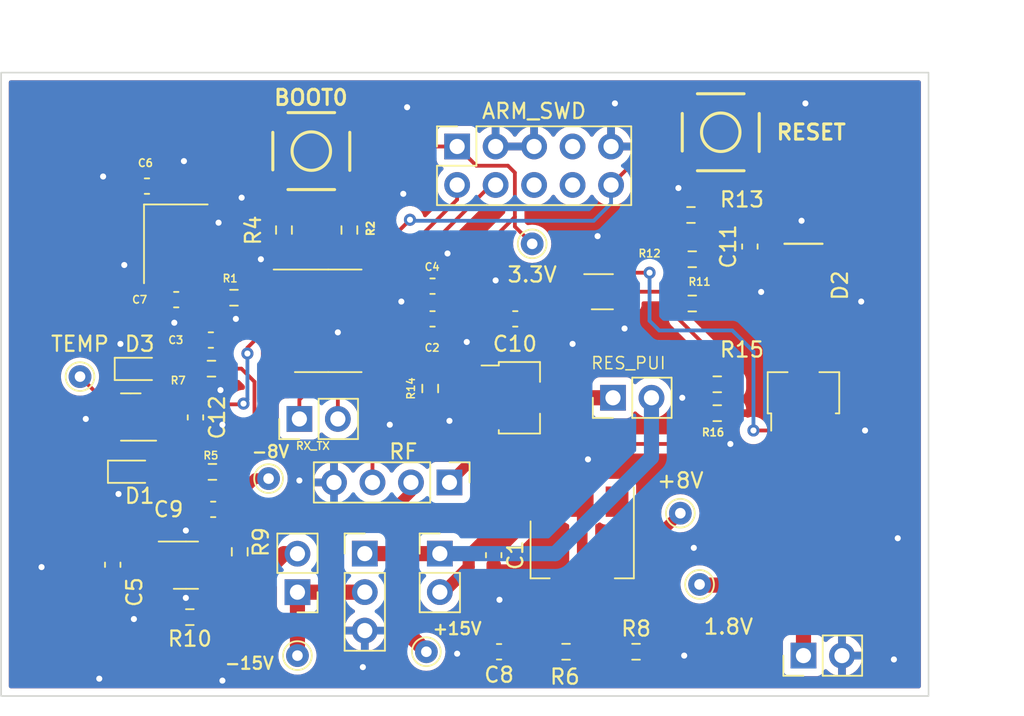
<source format=kicad_pcb>
(kicad_pcb (version 20211014) (generator pcbnew)
  (layers (0 "F.Cu" signal) (31 "B.Cu" signal) (34 "B.Paste" user) (35 "F.Paste" user) (36 "B.SilkS" user "B.Silkscreen") (37 "F.SilkS" user "F.Silkscreen") (38 "B.Mask" user) (39 "F.Mask" user) (44 "Edge.Cuts" user))
  (net 0 "")
  (net 1 "GND")
  (net 2 "OSC_IN")
  (net 3 "OSC_OUT")
  (net 4 "Net-(D1-Pad2)")
  (net 5 "Net-(D2-Pad2)")
  (net 6 "Net-(D3-Pad2)")
  (net 7 "SWDAT")
  (net 8 "SWCLK")
  (net 9 "RST")
  (net 10 "BOOT")
  (net 11 "LED_TEST1")
  (net 12 "15_to_8")
  (net 14 "+3.3V")
  (net 15 "-15_to_-8")
  (net 16 "+8V")
  (net 17 "-8V")
  (net 18 "Net-(C11-Pad1)")
  (net 19 "Net-(C11-Pad2)")
  (net 23 "V_1.8V")
  (net 24 "+15V")
  (net 25 "-15V")
  (net 26 "RX")
  (net 27 "TX")
  (net 28 "RF_comm")
  (net 29 "Net-(J8-Pad1)")
  (net 30 "Net-(Q1-Pad1)")
  (net 31 "MOS")
  (net 32 "Net-(R6-Pad2)")
  (net 33 "Net-(R10-Pad1)")
  (net 34 "CE")
  (net 35 "TEMP_OUT")
  (net 40 "Net-(C7-Pad2)")
  (footprint "Capacitor_SMD:C_0603_1608Metric_Pad1.08x0.95mm_HandSolder" (layer "F.Cu") (at 166.9045 81.153 180)
    (fp_text reference "C2")
    (fp_text value "1uF")
  )
  (footprint "Switches:TACTILE_SWITCH_SMD_5.2MM" (layer "F.Cu") (at 158.9024 70.0786 180)
    (fp_text reference "S2" hide)
    (fp_text value "MOMENTARY-SWITCH-SPST-2-SMD-5.2MM" hide)
  )
  (footprint "Package_TO_SOT_SMD:SOT-223-3_TabPin2" (layer "F.Cu") (at 176.784 96.368 -90)
    (fp_text reference "U2" hide)
    (fp_text value "LM1117_SOT-223")
  )
  (footprint "Capacitor_SMD:C_0603_1608Metric_Pad1.08x0.95mm_HandSolder" (layer "F.Cu") (at 170.942 96.7475 -90)
    (fp_text reference "C1")
    (fp_text value "10uF")
  )
  (footprint "TestPoint:TestPoint_THTPad_D1.5mm_Drill0.7mm" (layer "F.Cu") (at 156.083 91.694)
    (fp_text reference "-8V")
    (fp_text value "TestPoint")
  )
  (footprint "Connector_PinHeader_2.54mm:PinHeader_1x04_P2.54mm_Vertical" (layer "F.Cu") (at 168.021 91.948 -90)
    (fp_text reference "RF")
    (fp_text value "Conn_RF")
  )
  (footprint "Resistor_SMD:R_0603_1608Metric_Pad0.98x0.95mm_HandSolder" (layer "F.Cu") (at 184.0465 77.216)
    (fp_text reference "R12")
    (fp_text value "R")
  )
  (footprint "LibraryDiode:LD2-xxx-hv" (layer "F.Cu") (at 191.389 96.226)
    (fp_text reference "L1" hide)
    (fp_text value "L")
  )
  (footprint "TestPoint:TestPoint_THTPad_D1.5mm_Drill0.7mm" (layer "F.Cu") (at 183.261 93.98)
    (fp_text reference "+8V")
    (fp_text value "TestPoint")
  )
  (footprint "Resistor_SMD:R_0603_1608Metric_Pad0.98x0.95mm_HandSolder" (layer "F.Cu") (at 161.417 75.2875 90)
    (fp_text reference "R2")
    (fp_text value "10k")
  )
  (footprint "Resistor_SMD:R_0603_1608Metric_Pad0.98x0.95mm_HandSolder" (layer "F.Cu") (at 185.6975 85.471 180)
    (fp_text reference "R15")
    (fp_text value "R")
  )
  (footprint "Capacitor_SMD:C_0603_1608Metric_Pad1.08x0.95mm_HandSolder" (layer "F.Cu") (at 152.4265 93.726 180)
    (fp_text reference "C9")
    (fp_text value "10uF")
  )
  (footprint "Connector_PinHeader_2.54mm:PinHeader_1x02_P2.54mm_Vertical" (layer "F.Cu") (at 191.389 103.378 90)
    (fp_text reference "J2" hide)
    (fp_text value "Conn_1.8V")
  )
  (footprint "Crystal:Crystal_SMD_EuroQuartz_MT-4Pin_3.2x2.5mm_HandSoldering" (layer "F.Cu") (at 149.9605 76.2 -90)
    (fp_text reference "Y1" hide)
    (fp_text value "Crystal_GND24")
  )
  (footprint "Package_TO_SOT_SMD:SOT-89-3_Handsoldering" (layer "F.Cu") (at 191.389 86.3295 90)
    (fp_text reference "Q1" hide)
    (fp_text value "Q_NMOS_GDS")
  )
  (footprint "Capacitor_SMD:C_0603_1608Metric_Pad1.08x0.95mm_HandSolder" (layer "F.Cu") (at 148.0555 72.39)
    (fp_text reference "C6")
    (fp_text value "22pF")
  )
  (footprint "Resistor_SMD:R_0603_1608Metric_Pad0.98x0.95mm_HandSolder" (layer "F.Cu") (at 166.751 85.7485 -90)
    (fp_text reference "R14")
    (fp_text value "R")
  )
  (footprint "Capacitor_SMD:C_0603_1608Metric_Pad1.08x0.95mm_HandSolder" (layer "F.Cu") (at 149.987 79.883)
    (fp_text reference "C7")
    (fp_text value "22pF")
  )
  (footprint "Resistor_SMD:R_0603_1608Metric_Pad0.98x0.95mm_HandSolder" (layer "F.Cu") (at 153.797 79.756 180)
    (fp_text reference "R1")
    (fp_text value "R")
  )
  (footprint "Resistor_SMD:R_0603_1608Metric_Pad0.98x0.95mm_HandSolder" (layer "F.Cu") (at 150.885 100.838 180)
    (fp_text reference "R10")
    (fp_text value "100")
  )
  (footprint "LibraryDiode:Diode_schottky" (layer "F.Cu") (at 191.389 78.945 -90)
    (fp_text reference "D2")
    (fp_text value "D_Schottky" hide)
  )
  (footprint "Resistor_SMD:R_0603_1608Metric_Pad0.98x0.95mm_HandSolder" (layer "F.Cu") (at 175.718 103.124)
    (fp_text reference "R6")
    (fp_text value "100")
  )
  (footprint "Connector_PinHeader_2.54mm:PinHeader_1x02_P2.54mm_Vertical" (layer "F.Cu") (at 157.988 99.192 180)
    (fp_text reference "J5" hide)
    (fp_text value "Conn1")
  )
  (footprint "Switches:TACTILE_SWITCH_SMD_5.2MM" (layer "F.Cu") (at 185.928 68.834 180)
    (fp_text reference "S1" hide)
    (fp_text value "MOMENTARY-SWITCH-SPST-2-SMD-5.2MM" hide)
  )
  (footprint "Capacitor_SMD:C_0603_1608Metric_Pad1.08x0.95mm_HandSolder" (layer "F.Cu") (at 166.9045 78.994 180)
    (fp_text reference "C4")
    (fp_text value "100nF")
  )
  (footprint "Capacitor_SMD:C_0603_1608Metric_Pad1.08x0.95mm_HandSolder" (layer "F.Cu") (at 152.273 82.55 180)
    (fp_text reference "C3")
    (fp_text value "100nF")
  )
  (footprint "Resistor_SMD:R_0603_1608Metric_Pad0.98x0.95mm_HandSolder" (layer "F.Cu") (at 185.6975 87.376)
    (fp_text reference "R16")
    (fp_text value "R")
  )
  (footprint "TestPoint:TestPoint_THTPad_D1.5mm_Drill0.7mm" (layer "F.Cu") (at 173.482 76.2)
    (fp_text reference "3.3V")
    (fp_text value "TestPoint")
  )
  (footprint "Connector_PinHeader_2.54mm:PinHeader_1x02_P2.54mm_Vertical" (layer "F.Cu") (at 158.115 87.757 90)
    (fp_text reference "RX_TX")
    (fp_text value "Conn_serial")
  )
  (footprint "LED_SMD:LED_0603_1608Metric_Pad1.05x0.95mm_HandSolder" (layer "F.Cu") (at 147.140018 91.24006)
    (fp_text reference "D1")
    (fp_text value "LED")
  )
  (footprint "Capacitor_SMD:C_0603_1608Metric_Pad1.08x0.95mm_HandSolder" (layer "F.Cu") (at 171.2965 103.124 180)
    (fp_text reference "C8")
    (fp_text value "100uF")
  )
  (footprint "Resistor_SMD:R_0603_1608Metric_Pad0.98x0.95mm_HandSolder" (layer "F.Cu") (at 152.312921 84.438869 180)
    (fp_text reference "R7")
    (fp_text value "510")
  )
  (footprint "Resistor_SMD:R_0603_1608Metric_Pad0.98x0.95mm_HandSolder" (layer "F.Cu") (at 154.178 96.5255 -90)
    (fp_text reference "R9")
    (fp_text value "560")
  )
  (footprint "Package_TO_SOT_SMD:SOT-23-5" (layer "F.Cu") (at 150.6275 97.409)
    (fp_text reference "U4" hide)
    (fp_text value "MIC5271YM5-TR")
  )
  (footprint "Connector_PinSocket_2.54mm:PinSocket_2x05_P2.54mm_Vertical" (layer "F.Cu") (at 168.529 69.7738 90)
    (fp_text reference "ARM_SWD")
    (fp_text value "Conn_ARM_JTAG_SWD_10")
  )
  (footprint "Connector_PinHeader_2.54mm:PinHeader_1x02_P2.54mm_Vertical" (layer "F.Cu") (at 167.386 96.647)
    (fp_text reference "J4" hide)
    (fp_text value "Conn2")
  )
  (footprint "TestPoint:TestPoint_THTPad_D1.5mm_Drill0.7mm" (layer "F.Cu") (at 157.988 103.378)
    (fp_text reference "-15V")
    (fp_text value "TestPoint")
  )
  (footprint "TestPoint:TestPoint_THTPad_D1.5mm_Drill0.7mm" (layer "F.Cu") (at 184.531 98.679)
    (fp_text reference "1.8V")
    (fp_text value "TestPoint")
  )
  (footprint "Package_SO:TSSOP-20_4.4x6.5mm_P0.65mm" (layer "F.Cu") (at 160.02 81.28)
    (fp_text reference "U1" hide)
    (fp_text value "STM32F030F4Px")
  )
  (footprint "Capacitor_SMD:C_0603_1608Metric_Pad1.08x0.95mm_HandSolder" (layer "F.Cu") (at 172.3655 81.153)
    (fp_text reference "C10")
    (fp_text value "C")
  )
  (footprint "Package_TO_SOT_SMD:SOT-23" (layer "F.Cu") (at 146.9875 87.63 180)
    (fp_text reference "U3" hide)
    (fp_text value "MCP9700T-ETT")
  )
  (footprint "Resistor_SMD:R_0603_1608Metric_Pad0.98x0.95mm_HandSolder" (layer "F.Cu") (at 184.0465 80.137)
    (fp_text reference "R11")
    (fp_text value "R")
  )
  (footprint "Connector_PinHeader_2.54mm:PinHeader_1x02_P2.54mm_Vertical" (layer "F.Cu") (at 178.816 86.36 90)
    (fp_text reference "RES_PUI")
    (fp_text value "Conn_01x02_Male")
  )
  (footprint "TestPoint:TestPoint_THTPad_D1.5mm_Drill0.7mm" (layer "F.Cu") (at 143.637 84.963)
    (fp_text reference "TEMP")
    (fp_text value "TestPoint")
  )
  (footprint "Resistor_SMD:R_0603_1608Metric_Pad0.98x0.95mm_HandSolder" (layer "F.Cu") (at 183.963 74.295 180)
    (fp_text reference "R13")
    (fp_text value "R")
  )
  (footprint "LED_SMD:LED_0603_1608Metric_Pad1.05x0.95mm_HandSolder" (layer "F.Cu") (at 147.588 84.455)
    (fp_text reference "D3")
    (fp_text value "LED")
  )
  (footprint "Capacitor_SMD:C_0603_1608Metric_Pad1.08x0.95mm_HandSolder" (layer "F.Cu") (at 151.257 87.6565 -90)
    (fp_text reference "C12")
    (fp_text value "C")
  )
  (footprint "Resistor_SMD:R_0603_1608Metric_Pad0.98x0.95mm_HandSolder" (layer "F.Cu") (at 157.099 75.2875 90)
    (fp_text reference "R4")
    (fp_text value "10k")
  )
  (footprint "Package_TO_SOT_SMD:SOT-89-3_Handsoldering" (layer "F.Cu") (at 172.339 86.36)
    (fp_text reference "Q2" hide)
    (fp_text value "Q_NMOS_GDS")
  )
  (footprint "Capacitor_SMD:C_0603_1608Metric_Pad1.08x0.95mm_HandSolder" (layer "F.Cu") (at 145.796 97.3825 -90)
    (fp_text reference "C5")
    (fp_text value "1uF")
  )
  (footprint "Resistor_SMD:R_0603_1608Metric_Pad0.98x0.95mm_HandSolder" (layer "F.Cu") (at 152.3765 91.252 180)
    (fp_text reference "R5")
    (fp_text value "510")
  )
  (footprint "Package_TO_SOT_SMD:SOT-353_SC-70-5_Handsoldering" (layer "F.Cu") (at 178.114 79.36)
    (fp_text reference "U5" hide)
    (fp_text value "XC9103D095MR-G")
  )
  (footprint "Connector_PinHeader_2.54mm:PinHeader_1x03_P2.54mm_Vertical" (layer "F.Cu") (at 162.433 96.647)
    (fp_text reference "J3" hide)
    (fp_text value "Conn_15V_-15V")
  )
  (footprint "Resistor_SMD:R_0603_1608Metric_Pad0.98x0.95mm_HandSolder" (layer "F.Cu") (at 180.337 103.124)
    (fp_text reference "R8")
    (fp_text value "560")
  )
  (footprint "Capacitor_SMD:C_0603_1608Metric_Pad1.08x0.95mm_HandSolder" (layer "F.Cu") (at 187.849892 76.377861 90)
    (fp_text reference "C11")
    (fp_text value "C")
  )
  (footprint "TestPoint:TestPoint_THTPad_D1.5mm_Drill0.7mm" (layer "F.Cu") (at 166.497 103.124)
    (fp_text reference "+15V")
    (fp_text value "TestPoint")
  )
  (gr_rect (start 199.644 64.897) (end 138.43 106.045) (layer "Edge.Cuts") (width 0.1) (fill none))
  (gr_text "RESET" (at 191.897 68.834) (layer "F.SilkS") (effects (font (size 1 1) (thickness 0.2))))
  (gr_text "BOOT0" (at 158.877 66.548) (layer "F.SilkS") (effects (font (size 1 1) (thickness 0.2))))
  (segment (start 162.8825 81.605) (end 161.092 81.605) (width 0.25) (layer "F.Cu") (net 1))
  (segment (start 150.114 88.519) (end 151.257 88.519) (width 0.25) (layer "F.Cu") (net 1))
  (segment (start 149.225 87.63) (end 150.114 88.519) (width 0.25) (layer "F.Cu") (net 1))
  (segment (start 164.846 80.01) (end 165.026 80.01) (width 0.25) (layer "F.Cu") (net 1))
  (segment (start 166.042 81.153) (end 165.989 81.153) (width 0.25) (layer "F.Cu") (net 1))
  (segment (start 165.026 80.01) (end 166.042 78.994) (width 0.25) (layer "F.Cu") (net 1))
  (segment (start 150.622 99.568) (end 150.622 95.123) (width 0.25) (layer "F.Cu") (net 1))
  (segment (start 165.989 81.153) (end 164.846 80.01) (width 0.25) (layer "F.Cu") (net 1))
  (segment (start 149.49 97.409) (end 150.622 97.409) (width 0.25) (layer "F.Cu") (net 1))
  (segment (start 146.05 87.63) (end 149.225 87.63) (width 0.25) (layer "F.Cu") (net 1))
  (segment (start 161.092 81.605) (end 160.655 82.042) (width 0.25) (layer "F.Cu") (net 1))
  (via (at 195.453 88.519) (size 0.8) (drill 0.4) (layers "F.Cu" "B.Cu") (net 1))
  (via (at 167.894 76.835) (size 0.8) (drill 0.4) (layers "F.Cu" "B.Cu") (net 1))
  (via (at 183.388 86.36) (size 0.8) (drill 0.4) (layers "F.Cu" "B.Cu") (net 1))
  (via (at 164.084 88.138) (size 0.8) (drill 0.4) (layers "F.Cu" "B.Cu") (net 1))
  (via (at 178.943 66.929) (size 0.8) (drill 0.4) (layers "F.Cu" "B.Cu") (net 1))
  (via (at 154.305 73.152) (size 0.8) (drill 0.4) (layers "F.Cu" "B.Cu") (net 1))
  (via (at 153.035 105.029) (size 0.8) (drill 0.4) (layers "F.Cu" "B.Cu") (net 1))
  (via (at 149.86 81.407) (size 0.8) (drill 0.4) (layers "F.Cu" "B.Cu") (net 1))
  (via (at 146.177 92.71) (size 0.8) (drill 0.4) (layers "F.Cu" "B.Cu") (net 1))
  (via (at 179.578 81.788) (size 0.8) (drill 0.4) (layers "F.Cu" "B.Cu") (net 1))
  (via (at 146.558 77.597) (size 0.8) (drill 0.4) (layers "F.Cu" "B.Cu") (net 1))
  (via (at 168.529 103.251) (size 0.8) (drill 0.4) (layers "F.Cu" "B.Cu") (net 1))
  (via (at 141.097 97.536) (size 0.8) (drill 0.4) (layers "F.Cu" "B.Cu") (net 1))
  (via (at 168.021 87.884) (size 0.8) (drill 0.4) (layers "F.Cu" "B.Cu") (net 1))
  (via (at 195.199 80.01) (size 0.8) (drill 0.4) (layers "F.Cu" "B.Cu") (net 1))
  (via (at 191.516 66.929) (size 0.8) (drill 0.4) (layers "F.Cu" "B.Cu") (net 1))
  (via (at 152.908 85.852) (size 0.8) (drill 0.4) (layers "F.Cu" "B.Cu") (net 1))
  (via (at 150.622 99.568) (size 0.8) (drill 0.4) (layers "F.Cu" "B.Cu") (net 1))
  (via (at 171.069 78.613) (size 0.8) (drill 0.4) (layers "F.Cu" "B.Cu") (net 1))
  (via (at 191.262 74.676) (size 0.8) (drill 0.4) (layers "F.Cu" "B.Cu") (net 1))
  (via (at 188.595 79.375) (size 0.8) (drill 0.4) (layers "F.Cu" "B.Cu") (net 1))
  (via (at 164.846 80.01) (size 0.8) (drill 0.4) (layers "F.Cu" "B.Cu") (net 1))
  (via (at 158.115 91.821) (size 0.8) (drill 0.4) (layers "F.Cu" "B.Cu") (net 1))
  (via (at 150.495 70.739) (size 0.8) (drill 0.4) (layers "F.Cu" "B.Cu") (net 1))
  (via (at 147.193 100.965) (size 0.8) (drill 0.4) (layers "F.Cu" "B.Cu") (net 1))
  (via (at 162.306 104.14) (size 0.8) (drill 0.4) (layers "F.Cu" "B.Cu") (net 1))
  (via (at 144.907 104.902) (size 0.8) (drill 0.4) (layers "F.Cu" "B.Cu") (net 1))
  (via (at 197.612 95.631) (size 0.8) (drill 0.4) (layers "F.Cu" "B.Cu") (net 1))
  (via (at 155.575 77.216) (size 0.8) (drill 0.4) (layers "F.Cu" "B.Cu") (net 1))
  (via (at 171.323 99.695) (size 0.8) (drill 0.4) (layers "F.Cu" "B.Cu") (net 1))
  (via (at 176.149 82.804) (size 0.8) (drill 0.4) (layers "F.Cu" "B.Cu") (net 1))
  (via (at 177.8 75.692) (size 0.8) (drill 0.4) (layers "F.Cu" "B.Cu") (net 1))
  (via (at 146.304 82.804) (size 0.8) (drill 0.4) (layers "F.Cu" "B.Cu") (net 1))
  (via (at 184.15 96.266) (size 0.8) (drill 0.4) (layers "F.Cu" "B.Cu") (net 1))
  (via (at 144.018 87.757) (size 0.8) (drill 0.4) (layers "F.Cu" "B.Cu") (net 1))
  (via (at 177.165 90.424) (size 0.8) (drill 0.4) (layers "F.Cu" "B.Cu") (net 1))
  (via (at 145.161 71.755) (size 0.8) (drill 0.4) (layers "F.Cu" "B.Cu") (net 1))
  (via (at 153.924 81.153) (size 0.8) (drill 0.4) (layers "F.Cu" "B.Cu") (net 1))
  (via (at 169.164 82.677) (size 0.8) (drill 0.4) (layers "F.Cu" "B.Cu") (net 1))
  (via (at 164.973 72.898) (size 0.8) (drill 0.4) (layers "F.Cu" "B.Cu") (net 1))
  (via (at 183.515 103.378) (size 0.8) (drill 0.4) (layers "F.Cu" "B.Cu") (net 1))
  (via (at 150.622 95.123) (size 0.8) (drill 0.4) (layers "F.Cu" "B.Cu") (net 1))
  (via (at 183.134 72.517) (size 0.8) (drill 0.4) (layers "F.Cu" "B.Cu") (net 1))
  (via (at 165.227 67.183) (size 0.8) (drill 0.4) (layers "F.Cu" "B.Cu") (net 1))
  (via (at 153.035 88.138) (size 0.8) (drill 0.4) (layers "F.Cu" "B.Cu") (net 1))
  (via (at 160.655 82.042) (size 0.8) (drill 0.4) (layers "F.Cu" "B.Cu") (net 1))
  (via (at 186.563 89.408) (size 0.8) (drill 0.4) (layers "F.Cu" "B.Cu") (net 1))
  (via (at 152.781 74.803) (size 0.8) (drill 0.4) (layers "F.Cu" "B.Cu") (net 1))
  (via (at 197.358 103.632) (size 0.8) (drill 0.4) (layers "F.Cu" "B.Cu") (net 1))
  (segment (start 153.797 73.787) (end 152.4 72.39) (width 0.25) (layer "F.Cu") (net 2))
  (segment (start 155.586 79.005) (end 153.797 77.216) (width 0.25) (layer "F.Cu") (net 2))
  (segment (start 157.1575 79.005) (end 155.586 79.005) (width 0.25) (layer "F.Cu") (net 2))
  (segment (start 148.8105 72.4975) (end 148.918 72.39) (width 0.25) (layer "F.Cu") (net 2))
  (segment (start 153.797 77.216) (end 153.797 73.787) (width 0.25) (layer "F.Cu") (net 2))
  (segment (start 152.4 72.39) (end 148.918 72.39) (width 0.25) (layer "F.Cu") (net 2))
  (segment (start 148.8105 74.775) (end 148.8105 72.4975) (width 0.25) (layer "F.Cu") (net 2))
  (segment (start 154.7095 79.756) (end 157.0565 79.756) (width 0.25) (layer "F.Cu") (net 3))
  (segment (start 157.0565 79.756) (end 157.1575 79.655) (width 0.25) (layer "F.Cu") (net 3))
  (segment (start 148.026958 91.252) (end 148.015018 91.24006) (width 0.25) (layer "F.Cu") (net 4))
  (segment (start 151.464 91.252) (end 148.026958 91.252) (width 0.25) (layer "F.Cu") (net 4))
  (segment (start 191.389 80.645) (end 191.389 88.392) (width 1) (layer "F.Cu") (net 5))
  (segment (start 191.389 93.726) (end 191.389 88.392) (width 1) (layer "F.Cu") (net 5))
  (segment (start 148.463 84.455) (end 151.38429 84.455) (width 0.25) (layer "F.Cu") (net 6))
  (segment (start 151.38429 84.455) (end 151.400421 84.438869) (width 0.25) (layer "F.Cu") (net 6))
  (segment (start 164.073 79.005) (end 170.7642 72.3138) (width 0.25) (layer "F.Cu") (net 7))
  (segment (start 162.8825 79.005) (end 164.073 79.005) (width 0.25) (layer "F.Cu") (net 7))
  (segment (start 170.7642 72.3138) (end 171.069 72.3138) (width 0.25) (layer "F.Cu") (net 7))
  (segment (start 168.529 73.279) (end 168.529 72.3138) (width 0.25) (layer "F.Cu") (net 8))
  (segment (start 163.453 78.355) (end 168.529 73.279) (width 0.25) (layer "F.Cu") (net 8))
  (segment (start 162.8825 78.355) (end 163.453 78.355) (width 0.25) (layer "F.Cu") (net 8))
  (segment (start 163.825702 76.2) (end 161.417 76.2) (width 0.25) (layer "F.Cu") (net 9))
  (segment (start 161.417 77.978) (end 161.417 76.2) (width 0.25) (layer "F.Cu") (net 9))
  (segment (start 183.134 70.739) (end 180.2638 70.739) (width 0.25) (layer "F.Cu") (net 9))
  (segment (start 180.2638 70.739) (end 178.689 72.3138) (width 0.25) (layer "F.Cu") (net 9))
  (segment (start 165.415351 74.610351) (end 163.825702 76.2) (width 0.25) (layer "F.Cu") (net 9))
  (segment (start 159.09 80.305) (end 161.417 77.978) (width 0.25) (layer "F.Cu") (net 9))
  (segment (start 157.1575 80.305) (end 159.09 80.305) (width 0.25) (layer "F.Cu") (net 9))
  (segment (start 188.722 70.739) (end 183.134 70.739) (width 0.25) (layer "F.Cu") (net 9))
  (via (at 165.415351 74.610351) (size 0.8) (drill 0.4) (layers "F.Cu" "B.Cu") (net 9))
  (segment (start 178.689 73.533) (end 178.689 72.3138) (width 0.25) (layer "B.Cu") (net 9))
  (segment (start 165.481 74.676) (end 177.546 74.676) (width 0.25) (layer "B.Cu") (net 9))
  (segment (start 177.546 74.676) (end 178.689 73.533) (width 0.25) (layer "B.Cu") (net 9))
  (segment (start 165.415351 74.610351) (end 165.481 74.676) (width 0.25) (layer "B.Cu") (net 9))
  (segment (start 157.099 76.2) (end 156.337 76.2) (width 0.25) (layer "F.Cu") (net 10))
  (segment (start 157.1575 78.355) (end 157.1575 76.2585) (width 0.25) (layer "F.Cu") (net 10))
  (segment (start 156.1084 75.9714) (end 156.1084 71.9836) (width 0.25) (layer "F.Cu") (net 10))
  (segment (start 161.6964 71.9836) (end 156.1084 71.9836) (width 0.25) (layer "F.Cu") (net 10))
  (segment (start 156.337 76.2) (end 156.1084 75.9714) (width 0.25) (layer "F.Cu") (net 10))
  (segment (start 157.1575 76.2585) (end 157.099 76.2) (width 0.25) (layer "F.Cu") (net 10))
  (segment (start 155.702 88.839) (end 153.289 91.252) (width 0.25) (layer "F.Cu") (net 11))
  (segment (start 155.702 82.804) (end 155.702 88.839) (width 0.25) (layer "F.Cu") (net 11))
  (segment (start 157.1575 82.255) (end 156.251 82.255) (width 0.25) (layer "F.Cu") (net 11))
  (segment (start 156.251 82.255) (end 155.702 82.804) (width 0.25) (layer "F.Cu") (net 11))
  (segment (start 171.817 95.885) (end 174.484 93.218) (width 0.7) (layer "F.Cu") (net 12))
  (segment (start 169.291 97.536) (end 169.291 96.774) (width 0.8) (layer "F.Cu") (net 12))
  (segment (start 170.942 95.885) (end 171.817 95.885) (width 0.7) (layer "F.Cu") (net 12))
  (segment (start 169.291 96.774) (end 170.18 95.885) (width 0.8) (layer "F.Cu") (net 12))
  (segment (start 167.386 99.187) (end 167.64 99.187) (width 0.8) (layer "F.Cu") (net 12))
  (segment (start 167.64 99.187) (end 169.291 97.536) (width 0.8) (layer "F.Cu") (net 12))
  (segment (start 170.18 95.885) (end 170.942 95.885) (width 0.8) (layer "F.Cu") (net 12))
  (segment (start 167.767 78.994) (end 172.339 74.422) (width 0.25) (layer "F.Cu") (net 14))
  (segment (start 153.225421 82.639921) (end 153.1355 82.55) (width 0.25) (layer "F.Cu") (net 14))
  (segment (start 161.417 74.375) (end 162.727 73.065) (width 0.25) (layer "F.Cu") (net 14))
  (segment (start 172.339 71.501) (end 171.882274 71.044274) (width 0.25) (layer "F.Cu") (net 14))
  (segment (start 182.357 79.36) (end 183.134 80.137) (width 0.25) (layer "F.Cu") (net 14))
  (segment (start 171.882274 71.044274) (end 169.799474 71.044274) (width 0.25) (layer "F.Cu") (net 14))
  (segment (start 154.178 82.55) (end 153.1355 82.55) (width 0.25) (layer "F.Cu") (net 14))
  (segment (start 149.134 89.789) (end 153.162 89.789) (width 0.25) (layer "F.Cu") (net 14))
  (segment (start 186.61 84.629) (end 186.61 85.471) (width 0.25) (layer "F.Cu") (net 14))
  (segment (start 183.134 77.216) (end 183.134 80.137) (width 0.25) (layer "F.Cu") (net 14))
  (segment (start 167.767 81.788) (end 167.132 82.423) (width 0.25) (layer "F.Cu") (net 14))
  (segment (start 172.339 74.422) (end 172.339 75.057) (width 0.25) (layer "F.Cu") (net 14))
  (segment (start 167.132 82.423) (end 165.354 82.423) (width 0.25) (layer "F.Cu") (net 14))
  (segment (start 154.288869 84.438869) (end 153.225421 84.438869) (width 0.25) (layer "F.Cu") (net 14))
  (segment (start 162.727 73.065) (end 166.0182 69.7738) (width 0.25) (layer "F.Cu") (net 14))
  (segment (start 183.134 81.153) (end 186.61 84.629) (width 0.25) (layer "F.Cu") (net 14))
  (segment (start 155.152 87.799) (end 155.152 85.302) (width 0.25) (layer "F.Cu") (net 14))
  (segment (start 147.925 88.58) (end 149.134 89.789) (width 0.25) (layer "F.Cu") (net 14))
  (segment (start 167.767 81.153) (end 167.767 81.788) (width 0.25) (layer "F.Cu") (net 14))
  (segment (start 172.339 75.057) (end 173.482 76.2) (width 0.25) (layer "F.Cu") (net 14))
  (segment (start 172.339 74.422) (end 172.339 71.501) (width 0.25) (layer "F.Cu") (net 14))
  (segment (start 157.099 74.375) (end 161.417 74.375) (width 0.25) (layer "F.Cu") (net 14))
  (segment (start 176.784 79.36) (end 182.357 79.36) (width 0.25) (layer "F.Cu") (net 14))
  (segment (start 167.767 81.153) (end 167.767 78.994) (width 0.25) (layer "F.Cu") (net 14))
  (segment (start 153.162 89.789) (end 155.152 87.799) (width 0.25) (layer "F.Cu") (net 14))
  (segment (start 153.225421 84.438869) (end 153.225421 82.639921) (width 0.25) (layer "F.Cu") (net 14))
  (segment (start 183.134 80.137) (end 183.134 81.153) (width 0.25) (layer "F.Cu") (net 14))
  (segment (start 169.799474 71.044274) (end 168.529 69.7738) (width 0.25) (layer "F.Cu") (net 14))
  (segment (start 155.152 85.302) (end 154.288869 84.438869) (width 0.25) (layer "F.Cu") (net 14))
  (segment (start 155.773 80.955) (end 154.178 82.55) (width 0.25) (layer "F.Cu") (net 14))
  (segment (start 163.886 80.955) (end 162.8825 80.955) (width 0.25) (layer "F.Cu") (net 14))
  (segment (start 176.784 79.36) (end 172.608 79.36) (width 0.25) (layer "F.Cu") (net 14))
  (segment (start 166.0182 69.7738) (end 168.529 69.7738) (width 0.25) (layer "F.Cu") (net 14))
  (segment (start 167.767 81.153) (end 171.503 81.153) (width 0.25) (layer "F.Cu") (net 14))
  (segment (start 165.354 82.423) (end 163.886 80.955) (width 0.25) (layer "F.Cu") (net 14))
  (segment (start 172.608 79.36) (end 171.503 80.465) (width 0.25) (layer "F.Cu") (net 14))
  (segment (start 157.1575 80.955) (end 162.8825 80.955) (width 0.25) (layer "F.Cu") (net 14))
  (segment (start 171.503 80.465) (end 171.503 81.153) (width 0.25) (layer "F.Cu") (net 14))
  (segment (start 157.1575 80.955) (end 155.773 80.955) (width 0.25) (layer "F.Cu") (net 14))
  (segment (start 147.635 96.459) (end 145.857 96.459) (width 0.8) (layer "F.Cu") (net 15))
  (segment (start 144.018 97.155) (end 144.018 100.711) (width 1) (layer "F.Cu") (net 15))
  (segment (start 147.635 96.459) (end 147.635 97.597) (width 0.8) (layer "F.Cu") (net 15))
  (segment (start 147.635 97.597) (end 148.397 98.359) (width 0.6) (layer "F.Cu") (net 15))
  (segment (start 155.321 98.425) (end 157.094 96.652) (width 1) (layer "F.Cu") (net 15))
  (segment (start 144.018 100.711) (end 146.642 103.335) (width 1) (layer "F.Cu") (net 15))
  (segment (start 149.49 96.459) (end 147.635 96.459) (width 0.6) (layer "F.Cu") (net 15))
  (segment (start 145.796 96.52) (end 144.653 96.52) (width 1) (layer "F.Cu") (net 15))
  (segment (start 155.321 100.711) (end 155.321 98.425) (width 1) (layer "F.Cu") (net 15))
  (segment (start 144.653 96.52) (end 144.018 97.155) (width 1) (layer "F.Cu") (net 15))
  (segment (start 145.857 96.459) (end 145.796 96.52) (width 0.8) (layer "F.Cu") (net 15))
  (segment (start 148.397 98.359) (end 149.49 98.359) (width 0.6) (layer "F.Cu") (net 15))
  (segment (start 157.094 96.652) (end 157.988 96.652) (width 1) (layer "F.Cu") (net 15))
  (segment (start 146.642 103.335) (end 152.697 103.335) (width 1) (layer "F.Cu") (net 15))
  (segment (start 152.697 103.335) (end 155.321 100.711) (width 1) (layer "F.Cu") (net 15))
  (segment (start 168.021 91.948) (end 169.164 90.805) (width 0.7) (layer "F.Cu") (net 16))
  (segment (start 176.784 101.219) (end 176.784 99.518) (width 0.7) (layer "F.Cu") (net 16))
  (segment (start 175.641 101.727) (end 176.276 101.727) (width 0.7) (layer "F.Cu") (net 16))
  (segment (start 176.784 92.075) (end 176.784 93.218) (width 0.7) (layer "F.Cu") (net 16))
  (segment (start 176.276 101.727) (end 176.784 101.219) (width 0.7) (layer "F.Cu") (net 16))
  (segment (start 174.8055 102.5625) (end 175.641 101.727) (width 0.7) (layer "F.Cu") (net 16))
  (segment (start 174.8055 103.124) (end 172.159 103.124) (width 0.7) (layer "F.Cu") (net 16))
  (segment (start 175.514 90.805) (end 176.784 92.075) (width 0.7) (layer "F.Cu") (net 16))
  (segment (start 169.164 90.805) (end 175.514 90.805) (width 0.7) (layer "F.Cu") (net 16))
  (segment (start 176.784 99.518) (end 176.784 93.218) (width 0.7) (layer "F.Cu") (net 16))
  (segment (start 177.723 99.518) (end 183.261 93.98) (width 0.7) (layer "F.Cu") (net 16))
  (segment (start 174.8055 103.124) (end 174.8055 102.5625) (width 0.7) (layer "F.Cu") (net 16))
  (segment (start 176.784 99.518) (end 177.723 99.518) (width 0.7) (layer "F.Cu") (net 16))
  (segment (start 153.543 93.98) (end 153.289 93.726) (width 0.7) (layer "F.Cu") (net 17))
  (segment (start 155.194 91.694) (end 156.083 91.694) (width 0.7) (layer "F.Cu") (net 17))
  (segment (start 153.289 94.724) (end 154.178 95.613) (width 0.7) (layer "F.Cu") (net 17))
  (segment (start 165.481 91.948) (end 165.481 92.583) (width 0.7) (layer "F.Cu") (net 17))
  (segment (start 153.289 93.726) (end 153.289 94.724) (width 0.7) (layer "F.Cu") (net 17))
  (segment (start 151.765 96.459) (end 152.611 95.613) (width 0.6) (layer "F.Cu") (net 17))
  (segment (start 164.084 93.98) (end 153.543 93.98) (width 0.7) (layer "F.Cu") (net 17))
  (segment (start 165.481 92.583) (end 164.084 93.98) (width 0.7) (layer "F.Cu") (net 17))
  (segment (start 153.289 93.726) (end 153.289 93.599) (width 0.7) (layer "F.Cu") (net 17))
  (segment (start 153.289 93.599) (end 155.194 91.694) (width 0.7) (layer "F.Cu") (net 17))
  (segment (start 152.611 95.613) (end 154.178 95.613) (width 0.7) (layer "F.Cu") (net 17))
  (segment (start 191.384361 77.240361) (end 191.389 77.245) (width 1) (layer "F.Cu") (net 18))
  (segment (start 184.959 80.131253) (end 187.849892 77.240361) (width 0.25) (layer "F.Cu") (net 18))
  (segment (start 187.849892 77.240361) (end 191.384361 77.240361) (width 1) (layer "F.Cu") (net 18))
  (segment (start 184.959 80.137) (end 184.959 80.131253) (width 0.25) (layer "F.Cu") (net 18))
  (segment (start 184.06 75.782) (end 184.441 75.782) (width 0.25) (layer "F.Cu") (net 19))
  (segment (start 184.06 75.782) (end 184.367 75.782) (width 0.25) (layer "F.Cu") (net 19))
  (segment (start 184.959 76.374) (end 184.959 77.216) (width 0.25) (layer "F.Cu") (net 19))
  (segment (start 184.441 75.782) (end 184.8755 75.3475) (width 0.25) (layer "F.Cu") (net 19))
  (segment (start 184.8755 75.3475) (end 184.8755 74.295) (width 0.25) (layer "F.Cu") (net 19))
  (segment (start 186.629531 74.295) (end 187.849892 75.515361) (width 0.25) (layer "F.Cu") (net 19))
  (segment (start 184.367 75.782) (end 184.959 76.374) (width 0.25) (layer "F.Cu") (net 19))
  (segment (start 184.8755 74.295) (end 186.629531 74.295) (width 0.25) (layer "F.Cu") (net 19))
  (segment (start 179.712 75.782) (end 184.06 75.782) (width 0.25) (layer "F.Cu") (net 19))
  (segment (start 176.784 78.71) (end 179.712 75.782) (width 0.25) (layer "F.Cu") (net 19))
  (segment (start 184.578 98.726) (end 184.531 98.679) (width 1) (layer "F.Cu") (net 23))
  (segment (start 191.389 98.726) (end 184.578 98.726) (width 1) (layer "F.Cu") (net 23))
  (segment (start 191.389 103.378) (end 191.389 98.726) (width 1) (layer "F.Cu") (net 23))
  (segment (start 162.433 96.647) (end 164.973 96.647) (width 1) (layer "F.Cu") (net 24))
  (segment (start 164.973 101.6) (end 166.497 103.124) (width 1) (layer "F.Cu") (net 24))
  (segment (start 164.973 96.647) (end 167.386 96.647) (width 1) (layer "F.Cu") (net 24))
  (segment (start 164.973 96.647) (end 164.973 101.6) (width 1) (layer "F.Cu") (net 24))
  (segment (start 181.356 90.297) (end 181.356 86.36) (width 1) (layer "B.Cu") (net 24))
  (segment (start 175.006 96.647) (end 181.356 90.297) (width 1) (layer "B.Cu") (net 24))
  (segment (start 167.386 96.647) (end 175.006 96.647) (width 1) (layer "B.Cu") (net 24))
  (segment (start 162.428 99.192) (end 162.433 99.187) (width 1) (layer "F.Cu") (net 25))
  (segment (start 157.988 99.192) (end 162.428 99.192) (width 1) (layer "F.Cu") (net 25))
  (segment (start 157.988 103.378) (end 157.988 99.192) (width 1) (layer "F.Cu") (net 25))
  (segment (start 158.231 83.555) (end 157.1575 83.555) (width 0.25) (layer "F.Cu") (net 26))
  (segment (start 158.115 87.757) (end 158.115 86.487) (width 0.25) (layer "F.Cu") (net 26))
  (segment (start 159.131 85.471) (end 159.131 84.455) (width 0.25) (layer "F.Cu") (net 26))
  (segment (start 158.115 86.487) (end 159.131 85.471) (width 0.25) (layer "F.Cu") (net 26))
  (segment (start 159.131 84.455) (end 158.231 83.555) (width 0.25) (layer "F.Cu") (net 26))
  (segment (start 160.655 84.963) (end 158.597 82.905) (width 0.25) (layer "F.Cu") (net 27))
  (segment (start 158.597 82.905) (end 157.1575 82.905) (width 0.25) (layer "F.Cu") (net 27))
  (segment (start 160.655 87.757) (end 160.655 84.963) (width 0.25) (layer "F.Cu") (net 27))
  (segment (start 162.941 91.948) (end 162.941 84.2635) (width 0.25) (layer "F.Cu") (net 28))
  (segment (start 162.941 84.2635) (end 162.8825 84.205) (width 0.25) (layer "F.Cu") (net 28))
  (segment (start 170.2765 86.36) (end 178.816 86.36) (width 1) (layer "F.Cu") (net 29))
  (segment (start 188.087 88.519) (end 189.8495 88.519) (width 0.25) (layer "F.Cu") (net 30))
  (segment (start 181.229 78.105) (end 180.049 78.105) (width 0.25) (layer "F.Cu") (net 30))
  (segment (start 180.049 78.105) (end 179.444 78.71) (width 0.25) (layer "F.Cu") (net 30))
  (segment (start 189.8495 88.519) (end 189.889 88.4795) (width 0.25) (layer "F.Cu") (net 30))
  (via (at 188.087 88.519) (size 0.8) (drill 0.4) (layers "F.Cu" "B.Cu") (net 30))
  (via (at 181.229 78.105) (size 0.8) (drill 0.4) (layers "F.Cu" "B.Cu") (net 30))
  (segment (start 181.229 81.28) (end 181.229 78.105) (width 0.25) (layer "B.Cu") (net 30))
  (segment (start 185.547 81.915) (end 181.864 81.915) (width 0.25) (layer "B.Cu") (net 30))
  (segment (start 185.547 81.915) (end 186.69 81.915) (width 0.25) (layer "B.Cu") (net 30))
  (segment (start 186.69 81.915) (end 188.087 83.312) (width 0.25) (layer "B.Cu") (net 30))
  (segment (start 188.087 83.312) (end 188.087 88.519) (width 0.25) (layer "B.Cu") (net 30))
  (segment (start 181.864 81.915) (end 181.229 81.28) (width 0.25) (layer "B.Cu") (net 30))
  (segment (start 166.497 84.836) (end 166.751 84.836) (width 0.25) (layer "F.Cu") (net 31))
  (segment (start 164.566 82.905) (end 166.497 84.836) (width 0.25) (layer "F.Cu") (net 31))
  (segment (start 166.775 84.86) (end 166.751 84.836) (width 1) (layer "F.Cu") (net 31))
  (segment (start 162.8825 82.905) (end 164.566 82.905) (width 0.25) (layer "F.Cu") (net 31))
  (segment (start 170.189 84.86) (end 166.775 84.86) (width 1) (layer "F.Cu") (net 31))
  (segment (start 176.6305 103.124) (end 179.4245 103.124) (width 0.25) (layer "F.Cu") (net 32))
  (segment (start 151.765 100.8055) (end 151.7975 100.838) (width 0.25) (layer "F.Cu") (net 33))
  (segment (start 153.257 98.359) (end 154.178 97.438) (width 0.25) (layer "F.Cu") (net 33))
  (segment (start 151.765 98.359) (end 153.257 98.359) (width 0.25) (layer "F.Cu") (net 33))
  (segment (start 151.765 98.359) (end 151.765 100.8055) (width 0.25) (layer "F.Cu") (net 33))
  (segment (start 164.719 84.702959) (end 163.571041 83.555) (width 0.25) (layer "F.Cu") (net 34))
  (segment (start 176.784 81.153) (end 176.784 80.01) (width 0.25) (layer "F.Cu") (net 34))
  (segment (start 178.816 83.185) (end 176.784 81.153) (width 0.25) (layer "F.Cu") (net 34))
  (segment (start 167.513 89.408) (end 164.719 86.614) (width 0.25) (layer "F.Cu") (net 34))
  (segment (start 163.571041 83.555) (end 162.8825 83.555) (width 0.25) (layer "F.Cu") (net 34))
  (segment (start 167.513 89.408) (end 182.753 89.408) (width 0.25) (layer "F.Cu") (net 34))
  (segment (start 182.499 83.185) (end 178.816 83.185) (width 0.25) (layer "F.Cu") (net 34))
  (segment (start 184.785 87.376) (end 184.785 85.471) (width 0.25) (layer "F.Cu") (net 34))
  (segment (start 184.785 85.471) (end 182.499 83.185) (width 0.25) (layer "F.Cu") (net 34))
  (segment (start 182.753 89.408) (end 184.785 87.376) (width 0.25) (layer "F.Cu") (net 34))
  (segment (start 164.719 86.614) (end 164.719 84.702959) (width 0.25) (layer "F.Cu") (net 34))
  (segment (start 151.257 86.794) (end 148.039 86.794) (width 0.25) (layer "F.Cu") (net 35))
  (segment (start 147.925 86.68) (end 145.354 86.68) (width 0.25) (layer "F.Cu") (net 35))
  (segment (start 154.686 83.439) (end 154.686 83.058) (width 0.25) (layer "F.Cu") (net 35))
  (segment (start 154.379 86.794) (end 154.427 86.746) (width 0.25) (layer "F.Cu") (net 35))
  (segment (start 151.257 86.794) (end 154.379 86.794) (width 0.25) (layer "F.Cu") (net 35))
  (segment (start 154.686 83.058) (end 156.139 81.605) (width 0.25) (layer "F.Cu") (net 35))
  (segment (start 156.139 81.605) (end 157.1575 81.605) (width 0.25) (layer "F.Cu") (net 35))
  (segment (start 145.354 86.68) (end 143.637 84.963) (width 0.25) (layer "F.Cu") (net 35))
  (segment (start 148.039 86.794) (end 147.925 86.68) (width 0.25) (layer "F.Cu") (net 35))
  (via (at 154.427 86.746) (size 0.8) (drill 0.4) (layers "F.Cu" "B.Cu") (net 35))
  (via (at 154.686 83.439) (size 0.8) (drill 0.4) (layers "F.Cu" "B.Cu") (net 35))
  (segment (start 154.686 86.487) (end 154.427 86.746) (width 0.25) (layer "B.Cu") (net 35))
  (segment (start 154.686 83.439) (end 154.686 86.487) (width 0.25) (layer "B.Cu") (net 35))
  (segment (start 150.8495 79.883) (end 150.8495 77.886) (width 0.25) (layer "F.Cu") (net 40))
  (segment (start 150.8495 79.883) (end 152.7575 79.883) (width 0.25) (layer "F.Cu") (net 40))
  (segment (start 152.7575 79.883) (end 152.8845 79.756) (width 0.25) (layer "F.Cu") (net 40))
  (segment (start 150.8495 77.886) (end 151.1105 77.625) (width 0.25) (layer "F.Cu") (net 40))
  (zone (net 0) (net_name "") (layer "F.Cu") (connect_pads (clearance 0)) (min_thickness 0.254)
    (keepout (tracks allowed) (vias allowed) (pads allowed) (copperpour not_allowed) (footprints allowed))
    (fill (thermal_gap 0.508) (thermal_bridge_width 0.508))
    (polygon (pts (xy 195.199 97.282) (xy 187.579 97.282) (xy 187.579 95.25) (xy 195.199 95.25)))
  )
  (zone (net 1) (net_name "GND") (layers F&B.Cu) (connect_pads (clearance 0.508)) (min_thickness 0.254) (fill yes (thermal_gap 0.508) (thermal_bridge_width 0.508))
    (polygon (pts (xy 199.644 106.045) (xy 138.43 106.045) (xy 138.43 64.897) (xy 199.644 64.897)))
  )
)
</source>
